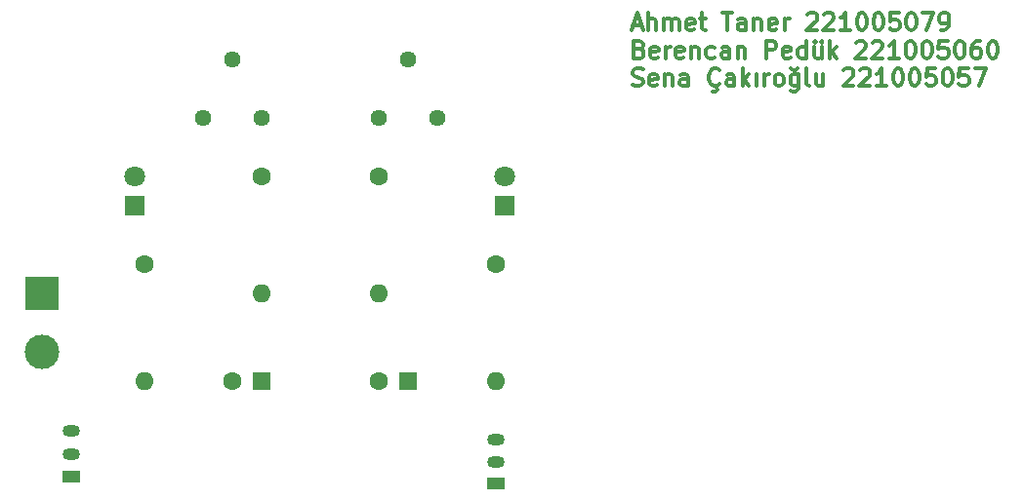
<source format=gbr>
%TF.GenerationSoftware,KiCad,Pcbnew,7.0.7*%
%TF.CreationDate,2024-05-03T12:55:33+03:00*%
%TF.ProjectId,Flip-Flop_lab_project,466c6970-2d46-46c6-9f70-5f6c61625f70,rev?*%
%TF.SameCoordinates,Original*%
%TF.FileFunction,Copper,L1,Top*%
%TF.FilePolarity,Positive*%
%FSLAX46Y46*%
G04 Gerber Fmt 4.6, Leading zero omitted, Abs format (unit mm)*
G04 Created by KiCad (PCBNEW 7.0.7) date 2024-05-03 12:55:33*
%MOMM*%
%LPD*%
G01*
G04 APERTURE LIST*
%ADD10C,0.300000*%
%TA.AperFunction,NonConductor*%
%ADD11C,0.300000*%
%TD*%
%TA.AperFunction,ComponentPad*%
%ADD12C,1.600000*%
%TD*%
%TA.AperFunction,ComponentPad*%
%ADD13O,1.600000X1.600000*%
%TD*%
%TA.AperFunction,ComponentPad*%
%ADD14R,1.500000X1.050000*%
%TD*%
%TA.AperFunction,ComponentPad*%
%ADD15O,1.500000X1.050000*%
%TD*%
%TA.AperFunction,ComponentPad*%
%ADD16C,1.440000*%
%TD*%
%TA.AperFunction,ComponentPad*%
%ADD17R,1.600000X1.600000*%
%TD*%
%TA.AperFunction,ComponentPad*%
%ADD18R,1.800000X1.800000*%
%TD*%
%TA.AperFunction,ComponentPad*%
%ADD19C,1.800000*%
%TD*%
%TA.AperFunction,ComponentPad*%
%ADD20R,3.000000X3.000000*%
%TD*%
%TA.AperFunction,ComponentPad*%
%ADD21C,3.000000*%
%TD*%
G04 APERTURE END LIST*
D10*
D11*
X177013082Y-75822257D02*
X177727368Y-75822257D01*
X176870225Y-76250828D02*
X177370225Y-74750828D01*
X177370225Y-74750828D02*
X177870225Y-76250828D01*
X178370224Y-76250828D02*
X178370224Y-74750828D01*
X179013082Y-76250828D02*
X179013082Y-75465114D01*
X179013082Y-75465114D02*
X178941653Y-75322257D01*
X178941653Y-75322257D02*
X178798796Y-75250828D01*
X178798796Y-75250828D02*
X178584510Y-75250828D01*
X178584510Y-75250828D02*
X178441653Y-75322257D01*
X178441653Y-75322257D02*
X178370224Y-75393685D01*
X179727367Y-76250828D02*
X179727367Y-75250828D01*
X179727367Y-75393685D02*
X179798796Y-75322257D01*
X179798796Y-75322257D02*
X179941653Y-75250828D01*
X179941653Y-75250828D02*
X180155939Y-75250828D01*
X180155939Y-75250828D02*
X180298796Y-75322257D01*
X180298796Y-75322257D02*
X180370225Y-75465114D01*
X180370225Y-75465114D02*
X180370225Y-76250828D01*
X180370225Y-75465114D02*
X180441653Y-75322257D01*
X180441653Y-75322257D02*
X180584510Y-75250828D01*
X180584510Y-75250828D02*
X180798796Y-75250828D01*
X180798796Y-75250828D02*
X180941653Y-75322257D01*
X180941653Y-75322257D02*
X181013082Y-75465114D01*
X181013082Y-75465114D02*
X181013082Y-76250828D01*
X182298796Y-76179400D02*
X182155939Y-76250828D01*
X182155939Y-76250828D02*
X181870225Y-76250828D01*
X181870225Y-76250828D02*
X181727367Y-76179400D01*
X181727367Y-76179400D02*
X181655939Y-76036542D01*
X181655939Y-76036542D02*
X181655939Y-75465114D01*
X181655939Y-75465114D02*
X181727367Y-75322257D01*
X181727367Y-75322257D02*
X181870225Y-75250828D01*
X181870225Y-75250828D02*
X182155939Y-75250828D01*
X182155939Y-75250828D02*
X182298796Y-75322257D01*
X182298796Y-75322257D02*
X182370225Y-75465114D01*
X182370225Y-75465114D02*
X182370225Y-75607971D01*
X182370225Y-75607971D02*
X181655939Y-75750828D01*
X182798796Y-75250828D02*
X183370224Y-75250828D01*
X183013081Y-74750828D02*
X183013081Y-76036542D01*
X183013081Y-76036542D02*
X183084510Y-76179400D01*
X183084510Y-76179400D02*
X183227367Y-76250828D01*
X183227367Y-76250828D02*
X183370224Y-76250828D01*
X184798796Y-74750828D02*
X185655939Y-74750828D01*
X185227367Y-76250828D02*
X185227367Y-74750828D01*
X186798796Y-76250828D02*
X186798796Y-75465114D01*
X186798796Y-75465114D02*
X186727367Y-75322257D01*
X186727367Y-75322257D02*
X186584510Y-75250828D01*
X186584510Y-75250828D02*
X186298796Y-75250828D01*
X186298796Y-75250828D02*
X186155938Y-75322257D01*
X186798796Y-76179400D02*
X186655938Y-76250828D01*
X186655938Y-76250828D02*
X186298796Y-76250828D01*
X186298796Y-76250828D02*
X186155938Y-76179400D01*
X186155938Y-76179400D02*
X186084510Y-76036542D01*
X186084510Y-76036542D02*
X186084510Y-75893685D01*
X186084510Y-75893685D02*
X186155938Y-75750828D01*
X186155938Y-75750828D02*
X186298796Y-75679400D01*
X186298796Y-75679400D02*
X186655938Y-75679400D01*
X186655938Y-75679400D02*
X186798796Y-75607971D01*
X187513081Y-75250828D02*
X187513081Y-76250828D01*
X187513081Y-75393685D02*
X187584510Y-75322257D01*
X187584510Y-75322257D02*
X187727367Y-75250828D01*
X187727367Y-75250828D02*
X187941653Y-75250828D01*
X187941653Y-75250828D02*
X188084510Y-75322257D01*
X188084510Y-75322257D02*
X188155939Y-75465114D01*
X188155939Y-75465114D02*
X188155939Y-76250828D01*
X189441653Y-76179400D02*
X189298796Y-76250828D01*
X189298796Y-76250828D02*
X189013082Y-76250828D01*
X189013082Y-76250828D02*
X188870224Y-76179400D01*
X188870224Y-76179400D02*
X188798796Y-76036542D01*
X188798796Y-76036542D02*
X188798796Y-75465114D01*
X188798796Y-75465114D02*
X188870224Y-75322257D01*
X188870224Y-75322257D02*
X189013082Y-75250828D01*
X189013082Y-75250828D02*
X189298796Y-75250828D01*
X189298796Y-75250828D02*
X189441653Y-75322257D01*
X189441653Y-75322257D02*
X189513082Y-75465114D01*
X189513082Y-75465114D02*
X189513082Y-75607971D01*
X189513082Y-75607971D02*
X188798796Y-75750828D01*
X190155938Y-76250828D02*
X190155938Y-75250828D01*
X190155938Y-75536542D02*
X190227367Y-75393685D01*
X190227367Y-75393685D02*
X190298796Y-75322257D01*
X190298796Y-75322257D02*
X190441653Y-75250828D01*
X190441653Y-75250828D02*
X190584510Y-75250828D01*
X192155938Y-74893685D02*
X192227366Y-74822257D01*
X192227366Y-74822257D02*
X192370224Y-74750828D01*
X192370224Y-74750828D02*
X192727366Y-74750828D01*
X192727366Y-74750828D02*
X192870224Y-74822257D01*
X192870224Y-74822257D02*
X192941652Y-74893685D01*
X192941652Y-74893685D02*
X193013081Y-75036542D01*
X193013081Y-75036542D02*
X193013081Y-75179400D01*
X193013081Y-75179400D02*
X192941652Y-75393685D01*
X192941652Y-75393685D02*
X192084509Y-76250828D01*
X192084509Y-76250828D02*
X193013081Y-76250828D01*
X193584509Y-74893685D02*
X193655937Y-74822257D01*
X193655937Y-74822257D02*
X193798795Y-74750828D01*
X193798795Y-74750828D02*
X194155937Y-74750828D01*
X194155937Y-74750828D02*
X194298795Y-74822257D01*
X194298795Y-74822257D02*
X194370223Y-74893685D01*
X194370223Y-74893685D02*
X194441652Y-75036542D01*
X194441652Y-75036542D02*
X194441652Y-75179400D01*
X194441652Y-75179400D02*
X194370223Y-75393685D01*
X194370223Y-75393685D02*
X193513080Y-76250828D01*
X193513080Y-76250828D02*
X194441652Y-76250828D01*
X195870223Y-76250828D02*
X195013080Y-76250828D01*
X195441651Y-76250828D02*
X195441651Y-74750828D01*
X195441651Y-74750828D02*
X195298794Y-74965114D01*
X195298794Y-74965114D02*
X195155937Y-75107971D01*
X195155937Y-75107971D02*
X195013080Y-75179400D01*
X196798794Y-74750828D02*
X196941651Y-74750828D01*
X196941651Y-74750828D02*
X197084508Y-74822257D01*
X197084508Y-74822257D02*
X197155937Y-74893685D01*
X197155937Y-74893685D02*
X197227365Y-75036542D01*
X197227365Y-75036542D02*
X197298794Y-75322257D01*
X197298794Y-75322257D02*
X197298794Y-75679400D01*
X197298794Y-75679400D02*
X197227365Y-75965114D01*
X197227365Y-75965114D02*
X197155937Y-76107971D01*
X197155937Y-76107971D02*
X197084508Y-76179400D01*
X197084508Y-76179400D02*
X196941651Y-76250828D01*
X196941651Y-76250828D02*
X196798794Y-76250828D01*
X196798794Y-76250828D02*
X196655937Y-76179400D01*
X196655937Y-76179400D02*
X196584508Y-76107971D01*
X196584508Y-76107971D02*
X196513079Y-75965114D01*
X196513079Y-75965114D02*
X196441651Y-75679400D01*
X196441651Y-75679400D02*
X196441651Y-75322257D01*
X196441651Y-75322257D02*
X196513079Y-75036542D01*
X196513079Y-75036542D02*
X196584508Y-74893685D01*
X196584508Y-74893685D02*
X196655937Y-74822257D01*
X196655937Y-74822257D02*
X196798794Y-74750828D01*
X198227365Y-74750828D02*
X198370222Y-74750828D01*
X198370222Y-74750828D02*
X198513079Y-74822257D01*
X198513079Y-74822257D02*
X198584508Y-74893685D01*
X198584508Y-74893685D02*
X198655936Y-75036542D01*
X198655936Y-75036542D02*
X198727365Y-75322257D01*
X198727365Y-75322257D02*
X198727365Y-75679400D01*
X198727365Y-75679400D02*
X198655936Y-75965114D01*
X198655936Y-75965114D02*
X198584508Y-76107971D01*
X198584508Y-76107971D02*
X198513079Y-76179400D01*
X198513079Y-76179400D02*
X198370222Y-76250828D01*
X198370222Y-76250828D02*
X198227365Y-76250828D01*
X198227365Y-76250828D02*
X198084508Y-76179400D01*
X198084508Y-76179400D02*
X198013079Y-76107971D01*
X198013079Y-76107971D02*
X197941650Y-75965114D01*
X197941650Y-75965114D02*
X197870222Y-75679400D01*
X197870222Y-75679400D02*
X197870222Y-75322257D01*
X197870222Y-75322257D02*
X197941650Y-75036542D01*
X197941650Y-75036542D02*
X198013079Y-74893685D01*
X198013079Y-74893685D02*
X198084508Y-74822257D01*
X198084508Y-74822257D02*
X198227365Y-74750828D01*
X200084507Y-74750828D02*
X199370221Y-74750828D01*
X199370221Y-74750828D02*
X199298793Y-75465114D01*
X199298793Y-75465114D02*
X199370221Y-75393685D01*
X199370221Y-75393685D02*
X199513079Y-75322257D01*
X199513079Y-75322257D02*
X199870221Y-75322257D01*
X199870221Y-75322257D02*
X200013079Y-75393685D01*
X200013079Y-75393685D02*
X200084507Y-75465114D01*
X200084507Y-75465114D02*
X200155936Y-75607971D01*
X200155936Y-75607971D02*
X200155936Y-75965114D01*
X200155936Y-75965114D02*
X200084507Y-76107971D01*
X200084507Y-76107971D02*
X200013079Y-76179400D01*
X200013079Y-76179400D02*
X199870221Y-76250828D01*
X199870221Y-76250828D02*
X199513079Y-76250828D01*
X199513079Y-76250828D02*
X199370221Y-76179400D01*
X199370221Y-76179400D02*
X199298793Y-76107971D01*
X201084507Y-74750828D02*
X201227364Y-74750828D01*
X201227364Y-74750828D02*
X201370221Y-74822257D01*
X201370221Y-74822257D02*
X201441650Y-74893685D01*
X201441650Y-74893685D02*
X201513078Y-75036542D01*
X201513078Y-75036542D02*
X201584507Y-75322257D01*
X201584507Y-75322257D02*
X201584507Y-75679400D01*
X201584507Y-75679400D02*
X201513078Y-75965114D01*
X201513078Y-75965114D02*
X201441650Y-76107971D01*
X201441650Y-76107971D02*
X201370221Y-76179400D01*
X201370221Y-76179400D02*
X201227364Y-76250828D01*
X201227364Y-76250828D02*
X201084507Y-76250828D01*
X201084507Y-76250828D02*
X200941650Y-76179400D01*
X200941650Y-76179400D02*
X200870221Y-76107971D01*
X200870221Y-76107971D02*
X200798792Y-75965114D01*
X200798792Y-75965114D02*
X200727364Y-75679400D01*
X200727364Y-75679400D02*
X200727364Y-75322257D01*
X200727364Y-75322257D02*
X200798792Y-75036542D01*
X200798792Y-75036542D02*
X200870221Y-74893685D01*
X200870221Y-74893685D02*
X200941650Y-74822257D01*
X200941650Y-74822257D02*
X201084507Y-74750828D01*
X202084506Y-74750828D02*
X203084506Y-74750828D01*
X203084506Y-74750828D02*
X202441649Y-76250828D01*
X203727363Y-76250828D02*
X204013077Y-76250828D01*
X204013077Y-76250828D02*
X204155934Y-76179400D01*
X204155934Y-76179400D02*
X204227363Y-76107971D01*
X204227363Y-76107971D02*
X204370220Y-75893685D01*
X204370220Y-75893685D02*
X204441649Y-75607971D01*
X204441649Y-75607971D02*
X204441649Y-75036542D01*
X204441649Y-75036542D02*
X204370220Y-74893685D01*
X204370220Y-74893685D02*
X204298792Y-74822257D01*
X204298792Y-74822257D02*
X204155934Y-74750828D01*
X204155934Y-74750828D02*
X203870220Y-74750828D01*
X203870220Y-74750828D02*
X203727363Y-74822257D01*
X203727363Y-74822257D02*
X203655934Y-74893685D01*
X203655934Y-74893685D02*
X203584506Y-75036542D01*
X203584506Y-75036542D02*
X203584506Y-75393685D01*
X203584506Y-75393685D02*
X203655934Y-75536542D01*
X203655934Y-75536542D02*
X203727363Y-75607971D01*
X203727363Y-75607971D02*
X203870220Y-75679400D01*
X203870220Y-75679400D02*
X204155934Y-75679400D01*
X204155934Y-75679400D02*
X204298792Y-75607971D01*
X204298792Y-75607971D02*
X204370220Y-75536542D01*
X204370220Y-75536542D02*
X204441649Y-75393685D01*
X177584510Y-77880114D02*
X177798796Y-77951542D01*
X177798796Y-77951542D02*
X177870225Y-78022971D01*
X177870225Y-78022971D02*
X177941653Y-78165828D01*
X177941653Y-78165828D02*
X177941653Y-78380114D01*
X177941653Y-78380114D02*
X177870225Y-78522971D01*
X177870225Y-78522971D02*
X177798796Y-78594400D01*
X177798796Y-78594400D02*
X177655939Y-78665828D01*
X177655939Y-78665828D02*
X177084510Y-78665828D01*
X177084510Y-78665828D02*
X177084510Y-77165828D01*
X177084510Y-77165828D02*
X177584510Y-77165828D01*
X177584510Y-77165828D02*
X177727368Y-77237257D01*
X177727368Y-77237257D02*
X177798796Y-77308685D01*
X177798796Y-77308685D02*
X177870225Y-77451542D01*
X177870225Y-77451542D02*
X177870225Y-77594400D01*
X177870225Y-77594400D02*
X177798796Y-77737257D01*
X177798796Y-77737257D02*
X177727368Y-77808685D01*
X177727368Y-77808685D02*
X177584510Y-77880114D01*
X177584510Y-77880114D02*
X177084510Y-77880114D01*
X179155939Y-78594400D02*
X179013082Y-78665828D01*
X179013082Y-78665828D02*
X178727368Y-78665828D01*
X178727368Y-78665828D02*
X178584510Y-78594400D01*
X178584510Y-78594400D02*
X178513082Y-78451542D01*
X178513082Y-78451542D02*
X178513082Y-77880114D01*
X178513082Y-77880114D02*
X178584510Y-77737257D01*
X178584510Y-77737257D02*
X178727368Y-77665828D01*
X178727368Y-77665828D02*
X179013082Y-77665828D01*
X179013082Y-77665828D02*
X179155939Y-77737257D01*
X179155939Y-77737257D02*
X179227368Y-77880114D01*
X179227368Y-77880114D02*
X179227368Y-78022971D01*
X179227368Y-78022971D02*
X178513082Y-78165828D01*
X179870224Y-78665828D02*
X179870224Y-77665828D01*
X179870224Y-77951542D02*
X179941653Y-77808685D01*
X179941653Y-77808685D02*
X180013082Y-77737257D01*
X180013082Y-77737257D02*
X180155939Y-77665828D01*
X180155939Y-77665828D02*
X180298796Y-77665828D01*
X181370224Y-78594400D02*
X181227367Y-78665828D01*
X181227367Y-78665828D02*
X180941653Y-78665828D01*
X180941653Y-78665828D02*
X180798795Y-78594400D01*
X180798795Y-78594400D02*
X180727367Y-78451542D01*
X180727367Y-78451542D02*
X180727367Y-77880114D01*
X180727367Y-77880114D02*
X180798795Y-77737257D01*
X180798795Y-77737257D02*
X180941653Y-77665828D01*
X180941653Y-77665828D02*
X181227367Y-77665828D01*
X181227367Y-77665828D02*
X181370224Y-77737257D01*
X181370224Y-77737257D02*
X181441653Y-77880114D01*
X181441653Y-77880114D02*
X181441653Y-78022971D01*
X181441653Y-78022971D02*
X180727367Y-78165828D01*
X182084509Y-77665828D02*
X182084509Y-78665828D01*
X182084509Y-77808685D02*
X182155938Y-77737257D01*
X182155938Y-77737257D02*
X182298795Y-77665828D01*
X182298795Y-77665828D02*
X182513081Y-77665828D01*
X182513081Y-77665828D02*
X182655938Y-77737257D01*
X182655938Y-77737257D02*
X182727367Y-77880114D01*
X182727367Y-77880114D02*
X182727367Y-78665828D01*
X184084510Y-78594400D02*
X183941652Y-78665828D01*
X183941652Y-78665828D02*
X183655938Y-78665828D01*
X183655938Y-78665828D02*
X183513081Y-78594400D01*
X183513081Y-78594400D02*
X183441652Y-78522971D01*
X183441652Y-78522971D02*
X183370224Y-78380114D01*
X183370224Y-78380114D02*
X183370224Y-77951542D01*
X183370224Y-77951542D02*
X183441652Y-77808685D01*
X183441652Y-77808685D02*
X183513081Y-77737257D01*
X183513081Y-77737257D02*
X183655938Y-77665828D01*
X183655938Y-77665828D02*
X183941652Y-77665828D01*
X183941652Y-77665828D02*
X184084510Y-77737257D01*
X185370224Y-78665828D02*
X185370224Y-77880114D01*
X185370224Y-77880114D02*
X185298795Y-77737257D01*
X185298795Y-77737257D02*
X185155938Y-77665828D01*
X185155938Y-77665828D02*
X184870224Y-77665828D01*
X184870224Y-77665828D02*
X184727366Y-77737257D01*
X185370224Y-78594400D02*
X185227366Y-78665828D01*
X185227366Y-78665828D02*
X184870224Y-78665828D01*
X184870224Y-78665828D02*
X184727366Y-78594400D01*
X184727366Y-78594400D02*
X184655938Y-78451542D01*
X184655938Y-78451542D02*
X184655938Y-78308685D01*
X184655938Y-78308685D02*
X184727366Y-78165828D01*
X184727366Y-78165828D02*
X184870224Y-78094400D01*
X184870224Y-78094400D02*
X185227366Y-78094400D01*
X185227366Y-78094400D02*
X185370224Y-78022971D01*
X186084509Y-77665828D02*
X186084509Y-78665828D01*
X186084509Y-77808685D02*
X186155938Y-77737257D01*
X186155938Y-77737257D02*
X186298795Y-77665828D01*
X186298795Y-77665828D02*
X186513081Y-77665828D01*
X186513081Y-77665828D02*
X186655938Y-77737257D01*
X186655938Y-77737257D02*
X186727367Y-77880114D01*
X186727367Y-77880114D02*
X186727367Y-78665828D01*
X188584509Y-78665828D02*
X188584509Y-77165828D01*
X188584509Y-77165828D02*
X189155938Y-77165828D01*
X189155938Y-77165828D02*
X189298795Y-77237257D01*
X189298795Y-77237257D02*
X189370224Y-77308685D01*
X189370224Y-77308685D02*
X189441652Y-77451542D01*
X189441652Y-77451542D02*
X189441652Y-77665828D01*
X189441652Y-77665828D02*
X189370224Y-77808685D01*
X189370224Y-77808685D02*
X189298795Y-77880114D01*
X189298795Y-77880114D02*
X189155938Y-77951542D01*
X189155938Y-77951542D02*
X188584509Y-77951542D01*
X190655938Y-78594400D02*
X190513081Y-78665828D01*
X190513081Y-78665828D02*
X190227367Y-78665828D01*
X190227367Y-78665828D02*
X190084509Y-78594400D01*
X190084509Y-78594400D02*
X190013081Y-78451542D01*
X190013081Y-78451542D02*
X190013081Y-77880114D01*
X190013081Y-77880114D02*
X190084509Y-77737257D01*
X190084509Y-77737257D02*
X190227367Y-77665828D01*
X190227367Y-77665828D02*
X190513081Y-77665828D01*
X190513081Y-77665828D02*
X190655938Y-77737257D01*
X190655938Y-77737257D02*
X190727367Y-77880114D01*
X190727367Y-77880114D02*
X190727367Y-78022971D01*
X190727367Y-78022971D02*
X190013081Y-78165828D01*
X192013081Y-78665828D02*
X192013081Y-77165828D01*
X192013081Y-78594400D02*
X191870223Y-78665828D01*
X191870223Y-78665828D02*
X191584509Y-78665828D01*
X191584509Y-78665828D02*
X191441652Y-78594400D01*
X191441652Y-78594400D02*
X191370223Y-78522971D01*
X191370223Y-78522971D02*
X191298795Y-78380114D01*
X191298795Y-78380114D02*
X191298795Y-77951542D01*
X191298795Y-77951542D02*
X191370223Y-77808685D01*
X191370223Y-77808685D02*
X191441652Y-77737257D01*
X191441652Y-77737257D02*
X191584509Y-77665828D01*
X191584509Y-77665828D02*
X191870223Y-77665828D01*
X191870223Y-77665828D02*
X192013081Y-77737257D01*
X193370224Y-77665828D02*
X193370224Y-78665828D01*
X192727366Y-77665828D02*
X192727366Y-78451542D01*
X192727366Y-78451542D02*
X192798795Y-78594400D01*
X192798795Y-78594400D02*
X192941652Y-78665828D01*
X192941652Y-78665828D02*
X193155938Y-78665828D01*
X193155938Y-78665828D02*
X193298795Y-78594400D01*
X193298795Y-78594400D02*
X193370224Y-78522971D01*
X192798795Y-77165828D02*
X192870224Y-77237257D01*
X192870224Y-77237257D02*
X192798795Y-77308685D01*
X192798795Y-77308685D02*
X192727366Y-77237257D01*
X192727366Y-77237257D02*
X192798795Y-77165828D01*
X192798795Y-77165828D02*
X192798795Y-77308685D01*
X193370224Y-77165828D02*
X193441652Y-77237257D01*
X193441652Y-77237257D02*
X193370224Y-77308685D01*
X193370224Y-77308685D02*
X193298795Y-77237257D01*
X193298795Y-77237257D02*
X193370224Y-77165828D01*
X193370224Y-77165828D02*
X193370224Y-77308685D01*
X194084509Y-78665828D02*
X194084509Y-77165828D01*
X194227367Y-78094400D02*
X194655938Y-78665828D01*
X194655938Y-77665828D02*
X194084509Y-78237257D01*
X196370224Y-77308685D02*
X196441652Y-77237257D01*
X196441652Y-77237257D02*
X196584510Y-77165828D01*
X196584510Y-77165828D02*
X196941652Y-77165828D01*
X196941652Y-77165828D02*
X197084510Y-77237257D01*
X197084510Y-77237257D02*
X197155938Y-77308685D01*
X197155938Y-77308685D02*
X197227367Y-77451542D01*
X197227367Y-77451542D02*
X197227367Y-77594400D01*
X197227367Y-77594400D02*
X197155938Y-77808685D01*
X197155938Y-77808685D02*
X196298795Y-78665828D01*
X196298795Y-78665828D02*
X197227367Y-78665828D01*
X197798795Y-77308685D02*
X197870223Y-77237257D01*
X197870223Y-77237257D02*
X198013081Y-77165828D01*
X198013081Y-77165828D02*
X198370223Y-77165828D01*
X198370223Y-77165828D02*
X198513081Y-77237257D01*
X198513081Y-77237257D02*
X198584509Y-77308685D01*
X198584509Y-77308685D02*
X198655938Y-77451542D01*
X198655938Y-77451542D02*
X198655938Y-77594400D01*
X198655938Y-77594400D02*
X198584509Y-77808685D01*
X198584509Y-77808685D02*
X197727366Y-78665828D01*
X197727366Y-78665828D02*
X198655938Y-78665828D01*
X200084509Y-78665828D02*
X199227366Y-78665828D01*
X199655937Y-78665828D02*
X199655937Y-77165828D01*
X199655937Y-77165828D02*
X199513080Y-77380114D01*
X199513080Y-77380114D02*
X199370223Y-77522971D01*
X199370223Y-77522971D02*
X199227366Y-77594400D01*
X201013080Y-77165828D02*
X201155937Y-77165828D01*
X201155937Y-77165828D02*
X201298794Y-77237257D01*
X201298794Y-77237257D02*
X201370223Y-77308685D01*
X201370223Y-77308685D02*
X201441651Y-77451542D01*
X201441651Y-77451542D02*
X201513080Y-77737257D01*
X201513080Y-77737257D02*
X201513080Y-78094400D01*
X201513080Y-78094400D02*
X201441651Y-78380114D01*
X201441651Y-78380114D02*
X201370223Y-78522971D01*
X201370223Y-78522971D02*
X201298794Y-78594400D01*
X201298794Y-78594400D02*
X201155937Y-78665828D01*
X201155937Y-78665828D02*
X201013080Y-78665828D01*
X201013080Y-78665828D02*
X200870223Y-78594400D01*
X200870223Y-78594400D02*
X200798794Y-78522971D01*
X200798794Y-78522971D02*
X200727365Y-78380114D01*
X200727365Y-78380114D02*
X200655937Y-78094400D01*
X200655937Y-78094400D02*
X200655937Y-77737257D01*
X200655937Y-77737257D02*
X200727365Y-77451542D01*
X200727365Y-77451542D02*
X200798794Y-77308685D01*
X200798794Y-77308685D02*
X200870223Y-77237257D01*
X200870223Y-77237257D02*
X201013080Y-77165828D01*
X202441651Y-77165828D02*
X202584508Y-77165828D01*
X202584508Y-77165828D02*
X202727365Y-77237257D01*
X202727365Y-77237257D02*
X202798794Y-77308685D01*
X202798794Y-77308685D02*
X202870222Y-77451542D01*
X202870222Y-77451542D02*
X202941651Y-77737257D01*
X202941651Y-77737257D02*
X202941651Y-78094400D01*
X202941651Y-78094400D02*
X202870222Y-78380114D01*
X202870222Y-78380114D02*
X202798794Y-78522971D01*
X202798794Y-78522971D02*
X202727365Y-78594400D01*
X202727365Y-78594400D02*
X202584508Y-78665828D01*
X202584508Y-78665828D02*
X202441651Y-78665828D01*
X202441651Y-78665828D02*
X202298794Y-78594400D01*
X202298794Y-78594400D02*
X202227365Y-78522971D01*
X202227365Y-78522971D02*
X202155936Y-78380114D01*
X202155936Y-78380114D02*
X202084508Y-78094400D01*
X202084508Y-78094400D02*
X202084508Y-77737257D01*
X202084508Y-77737257D02*
X202155936Y-77451542D01*
X202155936Y-77451542D02*
X202227365Y-77308685D01*
X202227365Y-77308685D02*
X202298794Y-77237257D01*
X202298794Y-77237257D02*
X202441651Y-77165828D01*
X204298793Y-77165828D02*
X203584507Y-77165828D01*
X203584507Y-77165828D02*
X203513079Y-77880114D01*
X203513079Y-77880114D02*
X203584507Y-77808685D01*
X203584507Y-77808685D02*
X203727365Y-77737257D01*
X203727365Y-77737257D02*
X204084507Y-77737257D01*
X204084507Y-77737257D02*
X204227365Y-77808685D01*
X204227365Y-77808685D02*
X204298793Y-77880114D01*
X204298793Y-77880114D02*
X204370222Y-78022971D01*
X204370222Y-78022971D02*
X204370222Y-78380114D01*
X204370222Y-78380114D02*
X204298793Y-78522971D01*
X204298793Y-78522971D02*
X204227365Y-78594400D01*
X204227365Y-78594400D02*
X204084507Y-78665828D01*
X204084507Y-78665828D02*
X203727365Y-78665828D01*
X203727365Y-78665828D02*
X203584507Y-78594400D01*
X203584507Y-78594400D02*
X203513079Y-78522971D01*
X205298793Y-77165828D02*
X205441650Y-77165828D01*
X205441650Y-77165828D02*
X205584507Y-77237257D01*
X205584507Y-77237257D02*
X205655936Y-77308685D01*
X205655936Y-77308685D02*
X205727364Y-77451542D01*
X205727364Y-77451542D02*
X205798793Y-77737257D01*
X205798793Y-77737257D02*
X205798793Y-78094400D01*
X205798793Y-78094400D02*
X205727364Y-78380114D01*
X205727364Y-78380114D02*
X205655936Y-78522971D01*
X205655936Y-78522971D02*
X205584507Y-78594400D01*
X205584507Y-78594400D02*
X205441650Y-78665828D01*
X205441650Y-78665828D02*
X205298793Y-78665828D01*
X205298793Y-78665828D02*
X205155936Y-78594400D01*
X205155936Y-78594400D02*
X205084507Y-78522971D01*
X205084507Y-78522971D02*
X205013078Y-78380114D01*
X205013078Y-78380114D02*
X204941650Y-78094400D01*
X204941650Y-78094400D02*
X204941650Y-77737257D01*
X204941650Y-77737257D02*
X205013078Y-77451542D01*
X205013078Y-77451542D02*
X205084507Y-77308685D01*
X205084507Y-77308685D02*
X205155936Y-77237257D01*
X205155936Y-77237257D02*
X205298793Y-77165828D01*
X207084507Y-77165828D02*
X206798792Y-77165828D01*
X206798792Y-77165828D02*
X206655935Y-77237257D01*
X206655935Y-77237257D02*
X206584507Y-77308685D01*
X206584507Y-77308685D02*
X206441649Y-77522971D01*
X206441649Y-77522971D02*
X206370221Y-77808685D01*
X206370221Y-77808685D02*
X206370221Y-78380114D01*
X206370221Y-78380114D02*
X206441649Y-78522971D01*
X206441649Y-78522971D02*
X206513078Y-78594400D01*
X206513078Y-78594400D02*
X206655935Y-78665828D01*
X206655935Y-78665828D02*
X206941649Y-78665828D01*
X206941649Y-78665828D02*
X207084507Y-78594400D01*
X207084507Y-78594400D02*
X207155935Y-78522971D01*
X207155935Y-78522971D02*
X207227364Y-78380114D01*
X207227364Y-78380114D02*
X207227364Y-78022971D01*
X207227364Y-78022971D02*
X207155935Y-77880114D01*
X207155935Y-77880114D02*
X207084507Y-77808685D01*
X207084507Y-77808685D02*
X206941649Y-77737257D01*
X206941649Y-77737257D02*
X206655935Y-77737257D01*
X206655935Y-77737257D02*
X206513078Y-77808685D01*
X206513078Y-77808685D02*
X206441649Y-77880114D01*
X206441649Y-77880114D02*
X206370221Y-78022971D01*
X208155935Y-77165828D02*
X208298792Y-77165828D01*
X208298792Y-77165828D02*
X208441649Y-77237257D01*
X208441649Y-77237257D02*
X208513078Y-77308685D01*
X208513078Y-77308685D02*
X208584506Y-77451542D01*
X208584506Y-77451542D02*
X208655935Y-77737257D01*
X208655935Y-77737257D02*
X208655935Y-78094400D01*
X208655935Y-78094400D02*
X208584506Y-78380114D01*
X208584506Y-78380114D02*
X208513078Y-78522971D01*
X208513078Y-78522971D02*
X208441649Y-78594400D01*
X208441649Y-78594400D02*
X208298792Y-78665828D01*
X208298792Y-78665828D02*
X208155935Y-78665828D01*
X208155935Y-78665828D02*
X208013078Y-78594400D01*
X208013078Y-78594400D02*
X207941649Y-78522971D01*
X207941649Y-78522971D02*
X207870220Y-78380114D01*
X207870220Y-78380114D02*
X207798792Y-78094400D01*
X207798792Y-78094400D02*
X207798792Y-77737257D01*
X207798792Y-77737257D02*
X207870220Y-77451542D01*
X207870220Y-77451542D02*
X207941649Y-77308685D01*
X207941649Y-77308685D02*
X208013078Y-77237257D01*
X208013078Y-77237257D02*
X208155935Y-77165828D01*
X177013082Y-81009400D02*
X177227368Y-81080828D01*
X177227368Y-81080828D02*
X177584510Y-81080828D01*
X177584510Y-81080828D02*
X177727368Y-81009400D01*
X177727368Y-81009400D02*
X177798796Y-80937971D01*
X177798796Y-80937971D02*
X177870225Y-80795114D01*
X177870225Y-80795114D02*
X177870225Y-80652257D01*
X177870225Y-80652257D02*
X177798796Y-80509400D01*
X177798796Y-80509400D02*
X177727368Y-80437971D01*
X177727368Y-80437971D02*
X177584510Y-80366542D01*
X177584510Y-80366542D02*
X177298796Y-80295114D01*
X177298796Y-80295114D02*
X177155939Y-80223685D01*
X177155939Y-80223685D02*
X177084510Y-80152257D01*
X177084510Y-80152257D02*
X177013082Y-80009400D01*
X177013082Y-80009400D02*
X177013082Y-79866542D01*
X177013082Y-79866542D02*
X177084510Y-79723685D01*
X177084510Y-79723685D02*
X177155939Y-79652257D01*
X177155939Y-79652257D02*
X177298796Y-79580828D01*
X177298796Y-79580828D02*
X177655939Y-79580828D01*
X177655939Y-79580828D02*
X177870225Y-79652257D01*
X179084510Y-81009400D02*
X178941653Y-81080828D01*
X178941653Y-81080828D02*
X178655939Y-81080828D01*
X178655939Y-81080828D02*
X178513081Y-81009400D01*
X178513081Y-81009400D02*
X178441653Y-80866542D01*
X178441653Y-80866542D02*
X178441653Y-80295114D01*
X178441653Y-80295114D02*
X178513081Y-80152257D01*
X178513081Y-80152257D02*
X178655939Y-80080828D01*
X178655939Y-80080828D02*
X178941653Y-80080828D01*
X178941653Y-80080828D02*
X179084510Y-80152257D01*
X179084510Y-80152257D02*
X179155939Y-80295114D01*
X179155939Y-80295114D02*
X179155939Y-80437971D01*
X179155939Y-80437971D02*
X178441653Y-80580828D01*
X179798795Y-80080828D02*
X179798795Y-81080828D01*
X179798795Y-80223685D02*
X179870224Y-80152257D01*
X179870224Y-80152257D02*
X180013081Y-80080828D01*
X180013081Y-80080828D02*
X180227367Y-80080828D01*
X180227367Y-80080828D02*
X180370224Y-80152257D01*
X180370224Y-80152257D02*
X180441653Y-80295114D01*
X180441653Y-80295114D02*
X180441653Y-81080828D01*
X181798796Y-81080828D02*
X181798796Y-80295114D01*
X181798796Y-80295114D02*
X181727367Y-80152257D01*
X181727367Y-80152257D02*
X181584510Y-80080828D01*
X181584510Y-80080828D02*
X181298796Y-80080828D01*
X181298796Y-80080828D02*
X181155938Y-80152257D01*
X181798796Y-81009400D02*
X181655938Y-81080828D01*
X181655938Y-81080828D02*
X181298796Y-81080828D01*
X181298796Y-81080828D02*
X181155938Y-81009400D01*
X181155938Y-81009400D02*
X181084510Y-80866542D01*
X181084510Y-80866542D02*
X181084510Y-80723685D01*
X181084510Y-80723685D02*
X181155938Y-80580828D01*
X181155938Y-80580828D02*
X181298796Y-80509400D01*
X181298796Y-80509400D02*
X181655938Y-80509400D01*
X181655938Y-80509400D02*
X181798796Y-80437971D01*
X184513081Y-80937971D02*
X184441653Y-81009400D01*
X184441653Y-81009400D02*
X184227367Y-81080828D01*
X184227367Y-81080828D02*
X184084510Y-81080828D01*
X184084510Y-81080828D02*
X183870224Y-81009400D01*
X183870224Y-81009400D02*
X183727367Y-80866542D01*
X183727367Y-80866542D02*
X183655938Y-80723685D01*
X183655938Y-80723685D02*
X183584510Y-80437971D01*
X183584510Y-80437971D02*
X183584510Y-80223685D01*
X183584510Y-80223685D02*
X183655938Y-79937971D01*
X183655938Y-79937971D02*
X183727367Y-79795114D01*
X183727367Y-79795114D02*
X183870224Y-79652257D01*
X183870224Y-79652257D02*
X184084510Y-79580828D01*
X184084510Y-79580828D02*
X184227367Y-79580828D01*
X184227367Y-79580828D02*
X184441653Y-79652257D01*
X184441653Y-79652257D02*
X184513081Y-79723685D01*
X184155938Y-81152257D02*
X184298796Y-81223685D01*
X184298796Y-81223685D02*
X184370224Y-81366542D01*
X184370224Y-81366542D02*
X184298796Y-81509400D01*
X184298796Y-81509400D02*
X184155938Y-81580828D01*
X184155938Y-81580828D02*
X183941653Y-81580828D01*
X185798796Y-81080828D02*
X185798796Y-80295114D01*
X185798796Y-80295114D02*
X185727367Y-80152257D01*
X185727367Y-80152257D02*
X185584510Y-80080828D01*
X185584510Y-80080828D02*
X185298796Y-80080828D01*
X185298796Y-80080828D02*
X185155938Y-80152257D01*
X185798796Y-81009400D02*
X185655938Y-81080828D01*
X185655938Y-81080828D02*
X185298796Y-81080828D01*
X185298796Y-81080828D02*
X185155938Y-81009400D01*
X185155938Y-81009400D02*
X185084510Y-80866542D01*
X185084510Y-80866542D02*
X185084510Y-80723685D01*
X185084510Y-80723685D02*
X185155938Y-80580828D01*
X185155938Y-80580828D02*
X185298796Y-80509400D01*
X185298796Y-80509400D02*
X185655938Y-80509400D01*
X185655938Y-80509400D02*
X185798796Y-80437971D01*
X186513081Y-81080828D02*
X186513081Y-79580828D01*
X186655939Y-80509400D02*
X187084510Y-81080828D01*
X187084510Y-80080828D02*
X186513081Y-80652257D01*
X187727367Y-81080828D02*
X187727367Y-80080828D01*
X188441653Y-81080828D02*
X188441653Y-80080828D01*
X188441653Y-80366542D02*
X188513082Y-80223685D01*
X188513082Y-80223685D02*
X188584511Y-80152257D01*
X188584511Y-80152257D02*
X188727368Y-80080828D01*
X188727368Y-80080828D02*
X188870225Y-80080828D01*
X189584510Y-81080828D02*
X189441653Y-81009400D01*
X189441653Y-81009400D02*
X189370224Y-80937971D01*
X189370224Y-80937971D02*
X189298796Y-80795114D01*
X189298796Y-80795114D02*
X189298796Y-80366542D01*
X189298796Y-80366542D02*
X189370224Y-80223685D01*
X189370224Y-80223685D02*
X189441653Y-80152257D01*
X189441653Y-80152257D02*
X189584510Y-80080828D01*
X189584510Y-80080828D02*
X189798796Y-80080828D01*
X189798796Y-80080828D02*
X189941653Y-80152257D01*
X189941653Y-80152257D02*
X190013082Y-80223685D01*
X190013082Y-80223685D02*
X190084510Y-80366542D01*
X190084510Y-80366542D02*
X190084510Y-80795114D01*
X190084510Y-80795114D02*
X190013082Y-80937971D01*
X190013082Y-80937971D02*
X189941653Y-81009400D01*
X189941653Y-81009400D02*
X189798796Y-81080828D01*
X189798796Y-81080828D02*
X189584510Y-81080828D01*
X191370225Y-80080828D02*
X191370225Y-81295114D01*
X191370225Y-81295114D02*
X191298796Y-81437971D01*
X191298796Y-81437971D02*
X191227367Y-81509400D01*
X191227367Y-81509400D02*
X191084510Y-81580828D01*
X191084510Y-81580828D02*
X190870225Y-81580828D01*
X190870225Y-81580828D02*
X190727367Y-81509400D01*
X191370225Y-81009400D02*
X191227367Y-81080828D01*
X191227367Y-81080828D02*
X190941653Y-81080828D01*
X190941653Y-81080828D02*
X190798796Y-81009400D01*
X190798796Y-81009400D02*
X190727367Y-80937971D01*
X190727367Y-80937971D02*
X190655939Y-80795114D01*
X190655939Y-80795114D02*
X190655939Y-80366542D01*
X190655939Y-80366542D02*
X190727367Y-80223685D01*
X190727367Y-80223685D02*
X190798796Y-80152257D01*
X190798796Y-80152257D02*
X190941653Y-80080828D01*
X190941653Y-80080828D02*
X191227367Y-80080828D01*
X191227367Y-80080828D02*
X191370225Y-80152257D01*
X190727367Y-79509400D02*
X190798796Y-79652257D01*
X190798796Y-79652257D02*
X190941653Y-79723685D01*
X190941653Y-79723685D02*
X191084510Y-79723685D01*
X191084510Y-79723685D02*
X191227367Y-79652257D01*
X191227367Y-79652257D02*
X191298796Y-79509400D01*
X192298796Y-81080828D02*
X192155939Y-81009400D01*
X192155939Y-81009400D02*
X192084510Y-80866542D01*
X192084510Y-80866542D02*
X192084510Y-79580828D01*
X193513082Y-80080828D02*
X193513082Y-81080828D01*
X192870224Y-80080828D02*
X192870224Y-80866542D01*
X192870224Y-80866542D02*
X192941653Y-81009400D01*
X192941653Y-81009400D02*
X193084510Y-81080828D01*
X193084510Y-81080828D02*
X193298796Y-81080828D01*
X193298796Y-81080828D02*
X193441653Y-81009400D01*
X193441653Y-81009400D02*
X193513082Y-80937971D01*
X195298796Y-79723685D02*
X195370224Y-79652257D01*
X195370224Y-79652257D02*
X195513082Y-79580828D01*
X195513082Y-79580828D02*
X195870224Y-79580828D01*
X195870224Y-79580828D02*
X196013082Y-79652257D01*
X196013082Y-79652257D02*
X196084510Y-79723685D01*
X196084510Y-79723685D02*
X196155939Y-79866542D01*
X196155939Y-79866542D02*
X196155939Y-80009400D01*
X196155939Y-80009400D02*
X196084510Y-80223685D01*
X196084510Y-80223685D02*
X195227367Y-81080828D01*
X195227367Y-81080828D02*
X196155939Y-81080828D01*
X196727367Y-79723685D02*
X196798795Y-79652257D01*
X196798795Y-79652257D02*
X196941653Y-79580828D01*
X196941653Y-79580828D02*
X197298795Y-79580828D01*
X197298795Y-79580828D02*
X197441653Y-79652257D01*
X197441653Y-79652257D02*
X197513081Y-79723685D01*
X197513081Y-79723685D02*
X197584510Y-79866542D01*
X197584510Y-79866542D02*
X197584510Y-80009400D01*
X197584510Y-80009400D02*
X197513081Y-80223685D01*
X197513081Y-80223685D02*
X196655938Y-81080828D01*
X196655938Y-81080828D02*
X197584510Y-81080828D01*
X199013081Y-81080828D02*
X198155938Y-81080828D01*
X198584509Y-81080828D02*
X198584509Y-79580828D01*
X198584509Y-79580828D02*
X198441652Y-79795114D01*
X198441652Y-79795114D02*
X198298795Y-79937971D01*
X198298795Y-79937971D02*
X198155938Y-80009400D01*
X199941652Y-79580828D02*
X200084509Y-79580828D01*
X200084509Y-79580828D02*
X200227366Y-79652257D01*
X200227366Y-79652257D02*
X200298795Y-79723685D01*
X200298795Y-79723685D02*
X200370223Y-79866542D01*
X200370223Y-79866542D02*
X200441652Y-80152257D01*
X200441652Y-80152257D02*
X200441652Y-80509400D01*
X200441652Y-80509400D02*
X200370223Y-80795114D01*
X200370223Y-80795114D02*
X200298795Y-80937971D01*
X200298795Y-80937971D02*
X200227366Y-81009400D01*
X200227366Y-81009400D02*
X200084509Y-81080828D01*
X200084509Y-81080828D02*
X199941652Y-81080828D01*
X199941652Y-81080828D02*
X199798795Y-81009400D01*
X199798795Y-81009400D02*
X199727366Y-80937971D01*
X199727366Y-80937971D02*
X199655937Y-80795114D01*
X199655937Y-80795114D02*
X199584509Y-80509400D01*
X199584509Y-80509400D02*
X199584509Y-80152257D01*
X199584509Y-80152257D02*
X199655937Y-79866542D01*
X199655937Y-79866542D02*
X199727366Y-79723685D01*
X199727366Y-79723685D02*
X199798795Y-79652257D01*
X199798795Y-79652257D02*
X199941652Y-79580828D01*
X201370223Y-79580828D02*
X201513080Y-79580828D01*
X201513080Y-79580828D02*
X201655937Y-79652257D01*
X201655937Y-79652257D02*
X201727366Y-79723685D01*
X201727366Y-79723685D02*
X201798794Y-79866542D01*
X201798794Y-79866542D02*
X201870223Y-80152257D01*
X201870223Y-80152257D02*
X201870223Y-80509400D01*
X201870223Y-80509400D02*
X201798794Y-80795114D01*
X201798794Y-80795114D02*
X201727366Y-80937971D01*
X201727366Y-80937971D02*
X201655937Y-81009400D01*
X201655937Y-81009400D02*
X201513080Y-81080828D01*
X201513080Y-81080828D02*
X201370223Y-81080828D01*
X201370223Y-81080828D02*
X201227366Y-81009400D01*
X201227366Y-81009400D02*
X201155937Y-80937971D01*
X201155937Y-80937971D02*
X201084508Y-80795114D01*
X201084508Y-80795114D02*
X201013080Y-80509400D01*
X201013080Y-80509400D02*
X201013080Y-80152257D01*
X201013080Y-80152257D02*
X201084508Y-79866542D01*
X201084508Y-79866542D02*
X201155937Y-79723685D01*
X201155937Y-79723685D02*
X201227366Y-79652257D01*
X201227366Y-79652257D02*
X201370223Y-79580828D01*
X203227365Y-79580828D02*
X202513079Y-79580828D01*
X202513079Y-79580828D02*
X202441651Y-80295114D01*
X202441651Y-80295114D02*
X202513079Y-80223685D01*
X202513079Y-80223685D02*
X202655937Y-80152257D01*
X202655937Y-80152257D02*
X203013079Y-80152257D01*
X203013079Y-80152257D02*
X203155937Y-80223685D01*
X203155937Y-80223685D02*
X203227365Y-80295114D01*
X203227365Y-80295114D02*
X203298794Y-80437971D01*
X203298794Y-80437971D02*
X203298794Y-80795114D01*
X203298794Y-80795114D02*
X203227365Y-80937971D01*
X203227365Y-80937971D02*
X203155937Y-81009400D01*
X203155937Y-81009400D02*
X203013079Y-81080828D01*
X203013079Y-81080828D02*
X202655937Y-81080828D01*
X202655937Y-81080828D02*
X202513079Y-81009400D01*
X202513079Y-81009400D02*
X202441651Y-80937971D01*
X204227365Y-79580828D02*
X204370222Y-79580828D01*
X204370222Y-79580828D02*
X204513079Y-79652257D01*
X204513079Y-79652257D02*
X204584508Y-79723685D01*
X204584508Y-79723685D02*
X204655936Y-79866542D01*
X204655936Y-79866542D02*
X204727365Y-80152257D01*
X204727365Y-80152257D02*
X204727365Y-80509400D01*
X204727365Y-80509400D02*
X204655936Y-80795114D01*
X204655936Y-80795114D02*
X204584508Y-80937971D01*
X204584508Y-80937971D02*
X204513079Y-81009400D01*
X204513079Y-81009400D02*
X204370222Y-81080828D01*
X204370222Y-81080828D02*
X204227365Y-81080828D01*
X204227365Y-81080828D02*
X204084508Y-81009400D01*
X204084508Y-81009400D02*
X204013079Y-80937971D01*
X204013079Y-80937971D02*
X203941650Y-80795114D01*
X203941650Y-80795114D02*
X203870222Y-80509400D01*
X203870222Y-80509400D02*
X203870222Y-80152257D01*
X203870222Y-80152257D02*
X203941650Y-79866542D01*
X203941650Y-79866542D02*
X204013079Y-79723685D01*
X204013079Y-79723685D02*
X204084508Y-79652257D01*
X204084508Y-79652257D02*
X204227365Y-79580828D01*
X206084507Y-79580828D02*
X205370221Y-79580828D01*
X205370221Y-79580828D02*
X205298793Y-80295114D01*
X205298793Y-80295114D02*
X205370221Y-80223685D01*
X205370221Y-80223685D02*
X205513079Y-80152257D01*
X205513079Y-80152257D02*
X205870221Y-80152257D01*
X205870221Y-80152257D02*
X206013079Y-80223685D01*
X206013079Y-80223685D02*
X206084507Y-80295114D01*
X206084507Y-80295114D02*
X206155936Y-80437971D01*
X206155936Y-80437971D02*
X206155936Y-80795114D01*
X206155936Y-80795114D02*
X206084507Y-80937971D01*
X206084507Y-80937971D02*
X206013079Y-81009400D01*
X206013079Y-81009400D02*
X205870221Y-81080828D01*
X205870221Y-81080828D02*
X205513079Y-81080828D01*
X205513079Y-81080828D02*
X205370221Y-81009400D01*
X205370221Y-81009400D02*
X205298793Y-80937971D01*
X206655935Y-79580828D02*
X207655935Y-79580828D01*
X207655935Y-79580828D02*
X207013078Y-81080828D01*
D12*
%TO.P,R1,1*%
%TO.N,Net-(D1-K)*%
X165100000Y-96520000D03*
D13*
%TO.P,R1,2*%
%TO.N,Net-(Q1-E)*%
X165100000Y-106680000D03*
%TD*%
D14*
%TO.P,Q1,1,C*%
%TO.N,GND*%
X128320800Y-115011200D03*
D15*
%TO.P,Q1,2,B*%
%TO.N,Net-(Q1-B)*%
X128270000Y-113030000D03*
%TO.P,Q1,3,E*%
%TO.N,Net-(Q1-E)*%
X128270000Y-110998000D03*
%TD*%
D14*
%TO.P,Q2,1,C*%
%TO.N,Net-(Q2-C)*%
X165100000Y-115570000D03*
D15*
%TO.P,Q2,2,B*%
%TO.N,Net-(Q2-B)*%
X165100000Y-113741200D03*
%TO.P,Q2,3,E*%
%TO.N,GND*%
X165100000Y-111760000D03*
%TD*%
D16*
%TO.P,RV1,1,1*%
%TO.N,unconnected-(RV1-Pad1)*%
X144780000Y-83820000D03*
%TO.P,RV1,2,2*%
%TO.N,+9V*%
X142240000Y-78740000D03*
%TO.P,RV1,3,3*%
%TO.N,Net-(R3-Pad1)*%
X139700000Y-83820000D03*
%TD*%
D17*
%TO.P,C2,1*%
%TO.N,Net-(Q2-C)*%
X144780000Y-106680000D03*
D12*
%TO.P,C2,2*%
%TO.N,Net-(Q1-B)*%
X142280000Y-106680000D03*
%TD*%
%TO.P,R4,1*%
%TO.N,Net-(D2-K)*%
X134620000Y-96520000D03*
D13*
%TO.P,R4,2*%
%TO.N,Net-(Q2-C)*%
X134620000Y-106680000D03*
%TD*%
D12*
%TO.P,R2,1*%
%TO.N,Net-(R2-Pad1)*%
X154940000Y-88900000D03*
D13*
%TO.P,R2,2*%
%TO.N,Net-(Q1-B)*%
X154940000Y-99060000D03*
%TD*%
D16*
%TO.P,RV2,1,1*%
%TO.N,unconnected-(RV2-Pad1)*%
X160020000Y-83820000D03*
%TO.P,RV2,2,2*%
%TO.N,+9V*%
X157480000Y-78740000D03*
%TO.P,RV2,3,3*%
%TO.N,Net-(R2-Pad1)*%
X154940000Y-83820000D03*
%TD*%
D18*
%TO.P,D1,1,K*%
%TO.N,Net-(D1-K)*%
X165890000Y-91440000D03*
D19*
%TO.P,D1,2,A*%
%TO.N,+9V*%
X165890000Y-88900000D03*
%TD*%
D20*
%TO.P,J1,1,Pin_1*%
%TO.N,+9V*%
X125730000Y-99060000D03*
D21*
%TO.P,J1,2,Pin_2*%
%TO.N,GND*%
X125730000Y-104140000D03*
%TD*%
D12*
%TO.P,R3,1*%
%TO.N,Net-(R3-Pad1)*%
X144780000Y-88900000D03*
D13*
%TO.P,R3,2*%
%TO.N,Net-(Q2-B)*%
X144780000Y-99060000D03*
%TD*%
D18*
%TO.P,D2,1,K*%
%TO.N,Net-(D2-K)*%
X133830000Y-91440000D03*
D19*
%TO.P,D2,2,A*%
%TO.N,+9V*%
X133830000Y-88900000D03*
%TD*%
D17*
%TO.P,C1,1*%
%TO.N,Net-(Q2-B)*%
X157480000Y-106680000D03*
D12*
%TO.P,C1,2*%
%TO.N,Net-(Q1-E)*%
X154980000Y-106680000D03*
%TD*%
M02*

</source>
